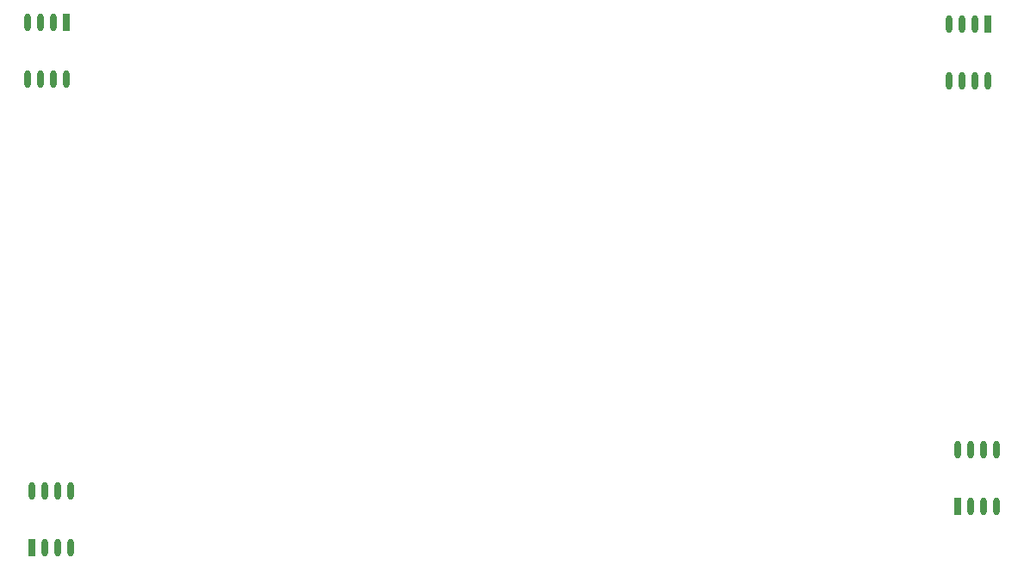
<source format=gtp>
G04*
G04 #@! TF.GenerationSoftware,Altium Limited,Altium Designer,18.0.7 (293)*
G04*
G04 Layer_Color=8421504*
%FSTAX24Y24*%
%MOIN*%
G70*
G01*
G75*
%ADD18R,0.0256X0.0689*%
%ADD19O,0.0256X0.0689*%
D18*
X0677Y01925D02*
D03*
X03185Y01765D02*
D03*
X0332Y038005D02*
D03*
X06885Y037955D02*
D03*
D19*
X0682Y01925D02*
D03*
X0687D02*
D03*
X0692D02*
D03*
X0677Y021455D02*
D03*
X0682D02*
D03*
X0687D02*
D03*
X0692D02*
D03*
X03335Y019855D02*
D03*
X03285D02*
D03*
X03235D02*
D03*
X03185D02*
D03*
X03335Y01765D02*
D03*
X03285D02*
D03*
X03235D02*
D03*
X0317Y0358D02*
D03*
X0322D02*
D03*
X0327D02*
D03*
X0332D02*
D03*
X0317Y038005D02*
D03*
X0322D02*
D03*
X0327D02*
D03*
X06735Y03575D02*
D03*
X06785D02*
D03*
X06835D02*
D03*
X06885D02*
D03*
X06735Y037955D02*
D03*
X06785D02*
D03*
X06835D02*
D03*
M02*

</source>
